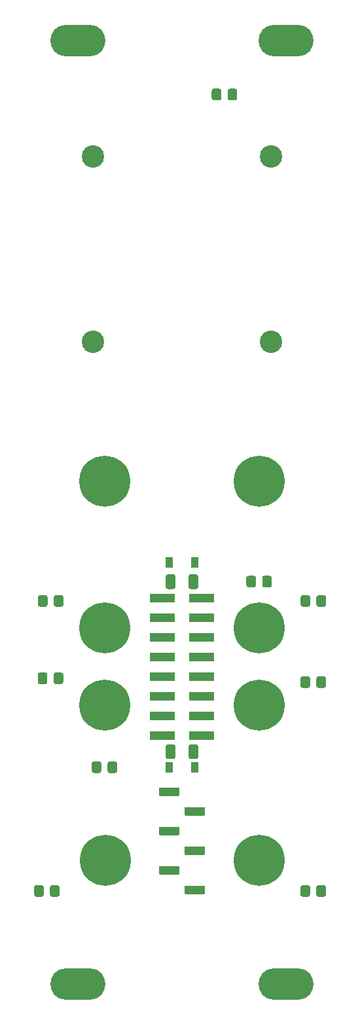
<source format=gbs>
G04 #@! TF.GenerationSoftware,KiCad,Pcbnew,(5.1.9)-1*
G04 #@! TF.CreationDate,2021-04-12T22:44:31+02:00*
G04 #@! TF.ProjectId,KicadJE_Face,4b696361-644a-4455-9f46-6163652e6b69,rev?*
G04 #@! TF.SameCoordinates,Original*
G04 #@! TF.FileFunction,Soldermask,Bot*
G04 #@! TF.FilePolarity,Negative*
%FSLAX46Y46*%
G04 Gerber Fmt 4.6, Leading zero omitted, Abs format (unit mm)*
G04 Created by KiCad (PCBNEW (5.1.9)-1) date 2021-04-12 22:44:31*
%MOMM*%
%LPD*%
G01*
G04 APERTURE LIST*
%ADD10O,7.102000X4.102000*%
%ADD11C,6.602000*%
%ADD12C,2.902000*%
G04 APERTURE END LIST*
D10*
X226500000Y-39000000D03*
D11*
X223000000Y-96000000D03*
D10*
X199500000Y-39000000D03*
X199500000Y-161000000D03*
D11*
X223000000Y-115000000D03*
D10*
X226500000Y-161000000D03*
D11*
X203000000Y-115000000D03*
X203075001Y-145000000D03*
X203000000Y-125000000D03*
X203000000Y-96000000D03*
X223000000Y-145000000D03*
X223000000Y-125000000D03*
G36*
G01*
X213849000Y-131678828D02*
X213849000Y-130321172D01*
G75*
G02*
X214121172Y-130049000I272172J0D01*
G01*
X214828828Y-130049000D01*
G75*
G02*
X215101000Y-130321172I0J-272172D01*
G01*
X215101000Y-131678828D01*
G75*
G02*
X214828828Y-131951000I-272172J0D01*
G01*
X214121172Y-131951000D01*
G75*
G02*
X213849000Y-131678828I0J272172D01*
G01*
G37*
G36*
G01*
X210899000Y-131678828D02*
X210899000Y-130321172D01*
G75*
G02*
X211171172Y-130049000I272172J0D01*
G01*
X211878828Y-130049000D01*
G75*
G02*
X212151000Y-130321172I0J-272172D01*
G01*
X212151000Y-131678828D01*
G75*
G02*
X211878828Y-131951000I-272172J0D01*
G01*
X211171172Y-131951000D01*
G75*
G02*
X210899000Y-131678828I0J272172D01*
G01*
G37*
G36*
G01*
X210899000Y-109678828D02*
X210899000Y-108321172D01*
G75*
G02*
X211171172Y-108049000I272172J0D01*
G01*
X211878828Y-108049000D01*
G75*
G02*
X212151000Y-108321172I0J-272172D01*
G01*
X212151000Y-109678828D01*
G75*
G02*
X211878828Y-109951000I-272172J0D01*
G01*
X211171172Y-109951000D01*
G75*
G02*
X210899000Y-109678828I0J272172D01*
G01*
G37*
G36*
G01*
X213849000Y-109678828D02*
X213849000Y-108321172D01*
G75*
G02*
X214121172Y-108049000I272172J0D01*
G01*
X214828828Y-108049000D01*
G75*
G02*
X215101000Y-108321172I0J-272172D01*
G01*
X215101000Y-109678828D01*
G75*
G02*
X214828828Y-109951000I-272172J0D01*
G01*
X214121172Y-109951000D01*
G75*
G02*
X213849000Y-109678828I0J272172D01*
G01*
G37*
G36*
G01*
X202576000Y-132521172D02*
X202576000Y-133478828D01*
G75*
G02*
X202303828Y-133751000I-272172J0D01*
G01*
X201596172Y-133751000D01*
G75*
G02*
X201324000Y-133478828I0J272172D01*
G01*
X201324000Y-132521172D01*
G75*
G02*
X201596172Y-132249000I272172J0D01*
G01*
X202303828Y-132249000D01*
G75*
G02*
X202576000Y-132521172I0J-272172D01*
G01*
G37*
G36*
G01*
X204626000Y-132521172D02*
X204626000Y-133478828D01*
G75*
G02*
X204353828Y-133751000I-272172J0D01*
G01*
X203646172Y-133751000D01*
G75*
G02*
X203374000Y-133478828I0J272172D01*
G01*
X203374000Y-132521172D01*
G75*
G02*
X203646172Y-132249000I272172J0D01*
G01*
X204353828Y-132249000D01*
G75*
G02*
X204626000Y-132521172I0J-272172D01*
G01*
G37*
G36*
G01*
X224626000Y-108521172D02*
X224626000Y-109478828D01*
G75*
G02*
X224353828Y-109751000I-272172J0D01*
G01*
X223646172Y-109751000D01*
G75*
G02*
X223374000Y-109478828I0J272172D01*
G01*
X223374000Y-108521172D01*
G75*
G02*
X223646172Y-108249000I272172J0D01*
G01*
X224353828Y-108249000D01*
G75*
G02*
X224626000Y-108521172I0J-272172D01*
G01*
G37*
G36*
G01*
X222576000Y-108521172D02*
X222576000Y-109478828D01*
G75*
G02*
X222303828Y-109751000I-272172J0D01*
G01*
X221596172Y-109751000D01*
G75*
G02*
X221324000Y-109478828I0J272172D01*
G01*
X221324000Y-108521172D01*
G75*
G02*
X221596172Y-108249000I272172J0D01*
G01*
X222303828Y-108249000D01*
G75*
G02*
X222576000Y-108521172I0J-272172D01*
G01*
G37*
G36*
G01*
X214149000Y-133600000D02*
X214149000Y-132400000D01*
G75*
G02*
X214200000Y-132349000I51000J0D01*
G01*
X215100000Y-132349000D01*
G75*
G02*
X215151000Y-132400000I0J-51000D01*
G01*
X215151000Y-133600000D01*
G75*
G02*
X215100000Y-133651000I-51000J0D01*
G01*
X214200000Y-133651000D01*
G75*
G02*
X214149000Y-133600000I0J51000D01*
G01*
G37*
G36*
G01*
X210849000Y-133600000D02*
X210849000Y-132400000D01*
G75*
G02*
X210900000Y-132349000I51000J0D01*
G01*
X211800000Y-132349000D01*
G75*
G02*
X211851000Y-132400000I0J-51000D01*
G01*
X211851000Y-133600000D01*
G75*
G02*
X211800000Y-133651000I-51000J0D01*
G01*
X210900000Y-133651000D01*
G75*
G02*
X210849000Y-133600000I0J51000D01*
G01*
G37*
G36*
G01*
X210849000Y-107100000D02*
X210849000Y-105900000D01*
G75*
G02*
X210900000Y-105849000I51000J0D01*
G01*
X211800000Y-105849000D01*
G75*
G02*
X211851000Y-105900000I0J-51000D01*
G01*
X211851000Y-107100000D01*
G75*
G02*
X211800000Y-107151000I-51000J0D01*
G01*
X210900000Y-107151000D01*
G75*
G02*
X210849000Y-107100000I0J51000D01*
G01*
G37*
G36*
G01*
X214149000Y-107100000D02*
X214149000Y-105900000D01*
G75*
G02*
X214200000Y-105849000I51000J0D01*
G01*
X215100000Y-105849000D01*
G75*
G02*
X215151000Y-105900000I0J-51000D01*
G01*
X215151000Y-107100000D01*
G75*
G02*
X215100000Y-107151000I-51000J0D01*
G01*
X214200000Y-107151000D01*
G75*
G02*
X214149000Y-107100000I0J51000D01*
G01*
G37*
G36*
G01*
X218899000Y-46478828D02*
X218899000Y-45521172D01*
G75*
G02*
X219171172Y-45249000I272172J0D01*
G01*
X219878828Y-45249000D01*
G75*
G02*
X220151000Y-45521172I0J-272172D01*
G01*
X220151000Y-46478828D01*
G75*
G02*
X219878828Y-46751000I-272172J0D01*
G01*
X219171172Y-46751000D01*
G75*
G02*
X218899000Y-46478828I0J272172D01*
G01*
G37*
G36*
G01*
X216849000Y-46478828D02*
X216849000Y-45521172D01*
G75*
G02*
X217121172Y-45249000I272172J0D01*
G01*
X217828828Y-45249000D01*
G75*
G02*
X218101000Y-45521172I0J-272172D01*
G01*
X218101000Y-46478828D01*
G75*
G02*
X217828828Y-46751000I-272172J0D01*
G01*
X217121172Y-46751000D01*
G75*
G02*
X216849000Y-46478828I0J272172D01*
G01*
G37*
G36*
G01*
X197676000Y-111021172D02*
X197676000Y-111978828D01*
G75*
G02*
X197403828Y-112251000I-272172J0D01*
G01*
X196696172Y-112251000D01*
G75*
G02*
X196424000Y-111978828I0J272172D01*
G01*
X196424000Y-111021172D01*
G75*
G02*
X196696172Y-110749000I272172J0D01*
G01*
X197403828Y-110749000D01*
G75*
G02*
X197676000Y-111021172I0J-272172D01*
G01*
G37*
G36*
G01*
X195626000Y-111021172D02*
X195626000Y-111978828D01*
G75*
G02*
X195353828Y-112251000I-272172J0D01*
G01*
X194646172Y-112251000D01*
G75*
G02*
X194374000Y-111978828I0J272172D01*
G01*
X194374000Y-111021172D01*
G75*
G02*
X194646172Y-110749000I272172J0D01*
G01*
X195353828Y-110749000D01*
G75*
G02*
X195626000Y-111021172I0J-272172D01*
G01*
G37*
G36*
G01*
X230399000Y-111978828D02*
X230399000Y-111021172D01*
G75*
G02*
X230671172Y-110749000I272172J0D01*
G01*
X231378828Y-110749000D01*
G75*
G02*
X231651000Y-111021172I0J-272172D01*
G01*
X231651000Y-111978828D01*
G75*
G02*
X231378828Y-112251000I-272172J0D01*
G01*
X230671172Y-112251000D01*
G75*
G02*
X230399000Y-111978828I0J272172D01*
G01*
G37*
G36*
G01*
X228349000Y-111978828D02*
X228349000Y-111021172D01*
G75*
G02*
X228621172Y-110749000I272172J0D01*
G01*
X229328828Y-110749000D01*
G75*
G02*
X229601000Y-111021172I0J-272172D01*
G01*
X229601000Y-111978828D01*
G75*
G02*
X229328828Y-112251000I-272172J0D01*
G01*
X228621172Y-112251000D01*
G75*
G02*
X228349000Y-111978828I0J272172D01*
G01*
G37*
G36*
G01*
X197651000Y-121021172D02*
X197651000Y-121978828D01*
G75*
G02*
X197378828Y-122251000I-272172J0D01*
G01*
X196671172Y-122251000D01*
G75*
G02*
X196399000Y-121978828I0J272172D01*
G01*
X196399000Y-121021172D01*
G75*
G02*
X196671172Y-120749000I272172J0D01*
G01*
X197378828Y-120749000D01*
G75*
G02*
X197651000Y-121021172I0J-272172D01*
G01*
G37*
G36*
G01*
X195601000Y-121021172D02*
X195601000Y-121978828D01*
G75*
G02*
X195328828Y-122251000I-272172J0D01*
G01*
X194621172Y-122251000D01*
G75*
G02*
X194349000Y-121978828I0J272172D01*
G01*
X194349000Y-121021172D01*
G75*
G02*
X194621172Y-120749000I272172J0D01*
G01*
X195328828Y-120749000D01*
G75*
G02*
X195601000Y-121021172I0J-272172D01*
G01*
G37*
G36*
G01*
X228324000Y-122478828D02*
X228324000Y-121521172D01*
G75*
G02*
X228596172Y-121249000I272172J0D01*
G01*
X229303828Y-121249000D01*
G75*
G02*
X229576000Y-121521172I0J-272172D01*
G01*
X229576000Y-122478828D01*
G75*
G02*
X229303828Y-122751000I-272172J0D01*
G01*
X228596172Y-122751000D01*
G75*
G02*
X228324000Y-122478828I0J272172D01*
G01*
G37*
G36*
G01*
X230374000Y-122478828D02*
X230374000Y-121521172D01*
G75*
G02*
X230646172Y-121249000I272172J0D01*
G01*
X231353828Y-121249000D01*
G75*
G02*
X231626000Y-121521172I0J-272172D01*
G01*
X231626000Y-122478828D01*
G75*
G02*
X231353828Y-122751000I-272172J0D01*
G01*
X230646172Y-122751000D01*
G75*
G02*
X230374000Y-122478828I0J272172D01*
G01*
G37*
G36*
G01*
X197176000Y-148521172D02*
X197176000Y-149478828D01*
G75*
G02*
X196903828Y-149751000I-272172J0D01*
G01*
X196196172Y-149751000D01*
G75*
G02*
X195924000Y-149478828I0J272172D01*
G01*
X195924000Y-148521172D01*
G75*
G02*
X196196172Y-148249000I272172J0D01*
G01*
X196903828Y-148249000D01*
G75*
G02*
X197176000Y-148521172I0J-272172D01*
G01*
G37*
G36*
G01*
X195126000Y-148521172D02*
X195126000Y-149478828D01*
G75*
G02*
X194853828Y-149751000I-272172J0D01*
G01*
X194146172Y-149751000D01*
G75*
G02*
X193874000Y-149478828I0J272172D01*
G01*
X193874000Y-148521172D01*
G75*
G02*
X194146172Y-148249000I272172J0D01*
G01*
X194853828Y-148249000D01*
G75*
G02*
X195126000Y-148521172I0J-272172D01*
G01*
G37*
G36*
G01*
X230374000Y-149478828D02*
X230374000Y-148521172D01*
G75*
G02*
X230646172Y-148249000I272172J0D01*
G01*
X231353828Y-148249000D01*
G75*
G02*
X231626000Y-148521172I0J-272172D01*
G01*
X231626000Y-149478828D01*
G75*
G02*
X231353828Y-149751000I-272172J0D01*
G01*
X230646172Y-149751000D01*
G75*
G02*
X230374000Y-149478828I0J272172D01*
G01*
G37*
G36*
G01*
X228324000Y-149478828D02*
X228324000Y-148521172D01*
G75*
G02*
X228596172Y-148249000I272172J0D01*
G01*
X229303828Y-148249000D01*
G75*
G02*
X229576000Y-148521172I0J-272172D01*
G01*
X229576000Y-149478828D01*
G75*
G02*
X229303828Y-149751000I-272172J0D01*
G01*
X228596172Y-149751000D01*
G75*
G02*
X228324000Y-149478828I0J272172D01*
G01*
G37*
G36*
G01*
X215961000Y-138190000D02*
X215961000Y-139190000D01*
G75*
G02*
X215910000Y-139241000I-51000J0D01*
G01*
X213400000Y-139241000D01*
G75*
G02*
X213349000Y-139190000I0J51000D01*
G01*
X213349000Y-138190000D01*
G75*
G02*
X213400000Y-138139000I51000J0D01*
G01*
X215910000Y-138139000D01*
G75*
G02*
X215961000Y-138190000I0J-51000D01*
G01*
G37*
G36*
G01*
X215961000Y-143270000D02*
X215961000Y-144270000D01*
G75*
G02*
X215910000Y-144321000I-51000J0D01*
G01*
X213400000Y-144321000D01*
G75*
G02*
X213349000Y-144270000I0J51000D01*
G01*
X213349000Y-143270000D01*
G75*
G02*
X213400000Y-143219000I51000J0D01*
G01*
X215910000Y-143219000D01*
G75*
G02*
X215961000Y-143270000I0J-51000D01*
G01*
G37*
G36*
G01*
X215961000Y-148350000D02*
X215961000Y-149350000D01*
G75*
G02*
X215910000Y-149401000I-51000J0D01*
G01*
X213400000Y-149401000D01*
G75*
G02*
X213349000Y-149350000I0J51000D01*
G01*
X213349000Y-148350000D01*
G75*
G02*
X213400000Y-148299000I51000J0D01*
G01*
X215910000Y-148299000D01*
G75*
G02*
X215961000Y-148350000I0J-51000D01*
G01*
G37*
G36*
G01*
X212651000Y-135650000D02*
X212651000Y-136650000D01*
G75*
G02*
X212600000Y-136701000I-51000J0D01*
G01*
X210090000Y-136701000D01*
G75*
G02*
X210039000Y-136650000I0J51000D01*
G01*
X210039000Y-135650000D01*
G75*
G02*
X210090000Y-135599000I51000J0D01*
G01*
X212600000Y-135599000D01*
G75*
G02*
X212651000Y-135650000I0J-51000D01*
G01*
G37*
G36*
G01*
X212651000Y-140730000D02*
X212651000Y-141730000D01*
G75*
G02*
X212600000Y-141781000I-51000J0D01*
G01*
X210090000Y-141781000D01*
G75*
G02*
X210039000Y-141730000I0J51000D01*
G01*
X210039000Y-140730000D01*
G75*
G02*
X210090000Y-140679000I51000J0D01*
G01*
X212600000Y-140679000D01*
G75*
G02*
X212651000Y-140730000I0J-51000D01*
G01*
G37*
G36*
G01*
X212651000Y-145810000D02*
X212651000Y-146810000D01*
G75*
G02*
X212600000Y-146861000I-51000J0D01*
G01*
X210090000Y-146861000D01*
G75*
G02*
X210039000Y-146810000I0J51000D01*
G01*
X210039000Y-145810000D01*
G75*
G02*
X210090000Y-145759000I51000J0D01*
G01*
X212600000Y-145759000D01*
G75*
G02*
X212651000Y-145810000I0J-51000D01*
G01*
G37*
G36*
G01*
X217151000Y-110610000D02*
X217151000Y-111610000D01*
G75*
G02*
X217100000Y-111661000I-51000J0D01*
G01*
X213950000Y-111661000D01*
G75*
G02*
X213899000Y-111610000I0J51000D01*
G01*
X213899000Y-110610000D01*
G75*
G02*
X213950000Y-110559000I51000J0D01*
G01*
X217100000Y-110559000D01*
G75*
G02*
X217151000Y-110610000I0J-51000D01*
G01*
G37*
G36*
G01*
X212101000Y-110610000D02*
X212101000Y-111610000D01*
G75*
G02*
X212050000Y-111661000I-51000J0D01*
G01*
X208900000Y-111661000D01*
G75*
G02*
X208849000Y-111610000I0J51000D01*
G01*
X208849000Y-110610000D01*
G75*
G02*
X208900000Y-110559000I51000J0D01*
G01*
X212050000Y-110559000D01*
G75*
G02*
X212101000Y-110610000I0J-51000D01*
G01*
G37*
G36*
G01*
X217151000Y-113150000D02*
X217151000Y-114150000D01*
G75*
G02*
X217100000Y-114201000I-51000J0D01*
G01*
X213950000Y-114201000D01*
G75*
G02*
X213899000Y-114150000I0J51000D01*
G01*
X213899000Y-113150000D01*
G75*
G02*
X213950000Y-113099000I51000J0D01*
G01*
X217100000Y-113099000D01*
G75*
G02*
X217151000Y-113150000I0J-51000D01*
G01*
G37*
G36*
G01*
X212101000Y-113150000D02*
X212101000Y-114150000D01*
G75*
G02*
X212050000Y-114201000I-51000J0D01*
G01*
X208900000Y-114201000D01*
G75*
G02*
X208849000Y-114150000I0J51000D01*
G01*
X208849000Y-113150000D01*
G75*
G02*
X208900000Y-113099000I51000J0D01*
G01*
X212050000Y-113099000D01*
G75*
G02*
X212101000Y-113150000I0J-51000D01*
G01*
G37*
G36*
G01*
X217151000Y-115690000D02*
X217151000Y-116690000D01*
G75*
G02*
X217100000Y-116741000I-51000J0D01*
G01*
X213950000Y-116741000D01*
G75*
G02*
X213899000Y-116690000I0J51000D01*
G01*
X213899000Y-115690000D01*
G75*
G02*
X213950000Y-115639000I51000J0D01*
G01*
X217100000Y-115639000D01*
G75*
G02*
X217151000Y-115690000I0J-51000D01*
G01*
G37*
G36*
G01*
X212101000Y-115690000D02*
X212101000Y-116690000D01*
G75*
G02*
X212050000Y-116741000I-51000J0D01*
G01*
X208900000Y-116741000D01*
G75*
G02*
X208849000Y-116690000I0J51000D01*
G01*
X208849000Y-115690000D01*
G75*
G02*
X208900000Y-115639000I51000J0D01*
G01*
X212050000Y-115639000D01*
G75*
G02*
X212101000Y-115690000I0J-51000D01*
G01*
G37*
G36*
G01*
X217151000Y-118230000D02*
X217151000Y-119230000D01*
G75*
G02*
X217100000Y-119281000I-51000J0D01*
G01*
X213950000Y-119281000D01*
G75*
G02*
X213899000Y-119230000I0J51000D01*
G01*
X213899000Y-118230000D01*
G75*
G02*
X213950000Y-118179000I51000J0D01*
G01*
X217100000Y-118179000D01*
G75*
G02*
X217151000Y-118230000I0J-51000D01*
G01*
G37*
G36*
G01*
X212101000Y-118230000D02*
X212101000Y-119230000D01*
G75*
G02*
X212050000Y-119281000I-51000J0D01*
G01*
X208900000Y-119281000D01*
G75*
G02*
X208849000Y-119230000I0J51000D01*
G01*
X208849000Y-118230000D01*
G75*
G02*
X208900000Y-118179000I51000J0D01*
G01*
X212050000Y-118179000D01*
G75*
G02*
X212101000Y-118230000I0J-51000D01*
G01*
G37*
G36*
G01*
X217151000Y-120770000D02*
X217151000Y-121770000D01*
G75*
G02*
X217100000Y-121821000I-51000J0D01*
G01*
X213950000Y-121821000D01*
G75*
G02*
X213899000Y-121770000I0J51000D01*
G01*
X213899000Y-120770000D01*
G75*
G02*
X213950000Y-120719000I51000J0D01*
G01*
X217100000Y-120719000D01*
G75*
G02*
X217151000Y-120770000I0J-51000D01*
G01*
G37*
G36*
G01*
X212101000Y-120770000D02*
X212101000Y-121770000D01*
G75*
G02*
X212050000Y-121821000I-51000J0D01*
G01*
X208900000Y-121821000D01*
G75*
G02*
X208849000Y-121770000I0J51000D01*
G01*
X208849000Y-120770000D01*
G75*
G02*
X208900000Y-120719000I51000J0D01*
G01*
X212050000Y-120719000D01*
G75*
G02*
X212101000Y-120770000I0J-51000D01*
G01*
G37*
G36*
G01*
X217151000Y-123310000D02*
X217151000Y-124310000D01*
G75*
G02*
X217100000Y-124361000I-51000J0D01*
G01*
X213950000Y-124361000D01*
G75*
G02*
X213899000Y-124310000I0J51000D01*
G01*
X213899000Y-123310000D01*
G75*
G02*
X213950000Y-123259000I51000J0D01*
G01*
X217100000Y-123259000D01*
G75*
G02*
X217151000Y-123310000I0J-51000D01*
G01*
G37*
G36*
G01*
X212101000Y-123310000D02*
X212101000Y-124310000D01*
G75*
G02*
X212050000Y-124361000I-51000J0D01*
G01*
X208900000Y-124361000D01*
G75*
G02*
X208849000Y-124310000I0J51000D01*
G01*
X208849000Y-123310000D01*
G75*
G02*
X208900000Y-123259000I51000J0D01*
G01*
X212050000Y-123259000D01*
G75*
G02*
X212101000Y-123310000I0J-51000D01*
G01*
G37*
G36*
G01*
X217151000Y-125850000D02*
X217151000Y-126850000D01*
G75*
G02*
X217100000Y-126901000I-51000J0D01*
G01*
X213950000Y-126901000D01*
G75*
G02*
X213899000Y-126850000I0J51000D01*
G01*
X213899000Y-125850000D01*
G75*
G02*
X213950000Y-125799000I51000J0D01*
G01*
X217100000Y-125799000D01*
G75*
G02*
X217151000Y-125850000I0J-51000D01*
G01*
G37*
G36*
G01*
X212101000Y-125850000D02*
X212101000Y-126850000D01*
G75*
G02*
X212050000Y-126901000I-51000J0D01*
G01*
X208900000Y-126901000D01*
G75*
G02*
X208849000Y-126850000I0J51000D01*
G01*
X208849000Y-125850000D01*
G75*
G02*
X208900000Y-125799000I51000J0D01*
G01*
X212050000Y-125799000D01*
G75*
G02*
X212101000Y-125850000I0J-51000D01*
G01*
G37*
G36*
G01*
X217151000Y-128390000D02*
X217151000Y-129390000D01*
G75*
G02*
X217100000Y-129441000I-51000J0D01*
G01*
X213950000Y-129441000D01*
G75*
G02*
X213899000Y-129390000I0J51000D01*
G01*
X213899000Y-128390000D01*
G75*
G02*
X213950000Y-128339000I51000J0D01*
G01*
X217100000Y-128339000D01*
G75*
G02*
X217151000Y-128390000I0J-51000D01*
G01*
G37*
G36*
G01*
X212101000Y-128390000D02*
X212101000Y-129390000D01*
G75*
G02*
X212050000Y-129441000I-51000J0D01*
G01*
X208900000Y-129441000D01*
G75*
G02*
X208849000Y-129390000I0J51000D01*
G01*
X208849000Y-128390000D01*
G75*
G02*
X208900000Y-128339000I51000J0D01*
G01*
X212050000Y-128339000D01*
G75*
G02*
X212101000Y-128390000I0J-51000D01*
G01*
G37*
D12*
X201500000Y-78000000D03*
X201500000Y-54000000D03*
X224500000Y-78000000D03*
X224500000Y-54000000D03*
M02*

</source>
